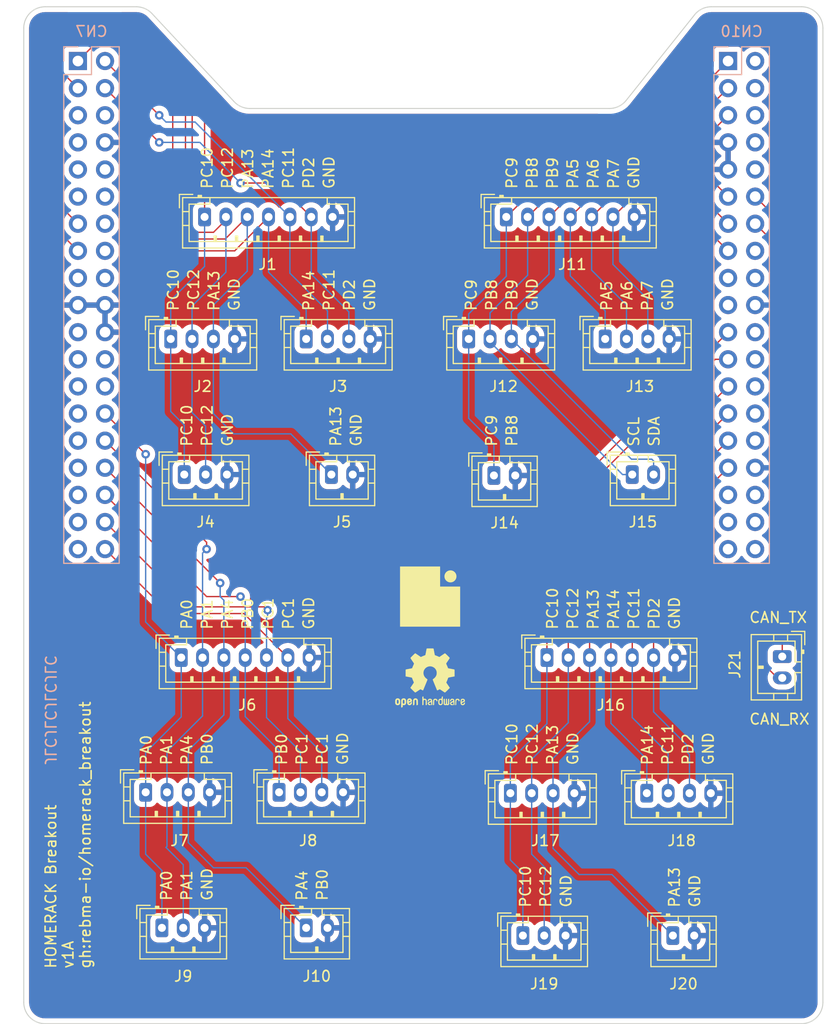
<source format=kicad_pcb>
(kicad_pcb (version 20240108) (generator "pcbnew") (generator_version "8.0")
  (title_block (title "STM32 Morpho Expansion Board") (date "2024-04-16") (rev "1") (company "rebma-io"))
  (layers (0 "F.Cu" mixed) (31 "B.Cu" mixed) (34 "B.Paste" user) (35 "F.Paste" user) (36 "B.SilkS" user "B.Silkscreen") (37 "F.SilkS" user "F.Silkscreen") (38 "B.Mask" user) (39 "F.Mask" user) (44 "Edge.Cuts" user))
  (net 0 "")
  (net 1 "GND")
  (net 2 "/PD2")
  (net 3 "/PA1")
  (net 4 "/PC13")
  (net 5 "/PC11")
  (net 6 "/PC0")
  (net 7 "/PA4")
  (net 8 "/PA14")
  (net 9 "/PC3")
  (net 10 "/PC10")
  (net 11 "/+5V")
  (net 12 "/PC15")
  (net 13 "/BOOT0")
  (net 14 "/PA0")
  (net 15 "/PF0")
  (net 16 "/VDD")
  (net 18 "/PA15")
  (net 19 "/RESET")
  (net 20 "/VBAT")
  (net 21 "/PC14")
  (net 22 "/IOREF")
  (net 23 "/PF1")
  (net 25 "/VIN")
  (net 26 "/PB7")
  (net 28 "/+3V3")
  (net 29 "/PA13")
  (net 30 "/E5V")
  (net 31 "/PB0")
  (net 32 "/PC2")
  (net 33 "/PC12")
  (net 35 "/PC1")
  (net 36 "/PB1")
  (net 37 "/PB3")
  (net 38 "/PB15")
  (net 39 "/PC6")
  (net 40 "/PA12")
  (net 41 "/PC8")
  (net 42 "/PC5")
  (net 43 "/PB4")
  (net 44 "/PB9")
  (net 45 "/PA2")
  (net 46 "/PB13")
  (net 47 "/PA9")
  (net 48 "/PB10")
  (net 49 "/U5V")
  (net 50 "/PB5")
  (net 51 "/PA3")
  (net 52 "/PA6")
  (net 53 "/PB6")
  (net 54 "/PB11")
  (net 55 "/PC4")
  (net 56 "/PA5")
  (net 57 "/PA11")
  (net 58 "/PA7")
  (net 59 "/PB12")
  (net 60 "/PB14")
  (net 61 "/PB8")
  (net 62 "/PA8")
  (net 63 "/PC9")
  (net 64 "/PC7")
  (net 65 "/PA10")
  (net 66 "/PB2")
  (footprint "Connector_JST:JST_PH_B4B-PH-K_1x04_P2.00mm_Vertical" (layer "F.Cu") (at 170.085 144.145)
    (property "Reference" "J17")
    (property "Value" "Conn_01x04" (hide yes))
  )
  (footprint "Connector_JST:JST_PH_B4B-PH-K_1x04_P2.00mm_Vertical" (layer "F.Cu") (at 138.24 101.6)
    (property "Reference" "J2")
    (property "Value" "Conn_01x04" (hide yes))
  )
  (footprint "Connector_JST:JST_PH_B7B-PH-K_1x07_P2.00mm_Vertical" (layer "F.Cu") (at 169.705 90.17)
    (property "Reference" "J11")
    (property "Value" "Conn_01x07" (hide yes))
  )
  (footprint "Connector_JST:JST_PH_B7B-PH-K_1x07_P2.00mm_Vertical" (layer "F.Cu") (at 139.225 131.445)
    (property "Reference" "J6")
    (property "Value" "Conn_01x07" (hide yes))
  )
  (footprint "Connector_JST:JST_PH_B2B-PH-K_1x02_P2.00mm_Vertical" (layer "F.Cu") (at 168.545 114.385)
    (property "Reference" "J14")
    (property "Value" "Conn_01x02" (hide yes))
  )
  (footprint "Connector_JST:JST_PH_B3B-PH-K_1x03_P2.00mm_Vertical" (layer "F.Cu") (at 171.26 157.48)
    (property "Reference" "J19")
    (property "Value" "Conn_01x03" (hide yes))
  )
  (footprint "rebma_io:rebma.io Logo with Text" (layer "F.Cu") (at 162.56 125.73)
    (property "Reference" "REF**" (hide yes))
    (property "Value" "rebma.io Logo with Text" (hide yes))
  )
  (footprint "Connector_JST:JST_PH_B3B-PH-K_1x03_P2.00mm_Vertical" (layer "F.Cu") (at 139.51 114.3)
    (property "Reference" "J4")
    (property "Value" "Conn_01x03" (hide yes))
  )
  (footprint "Connector_JST:JST_PH_B2B-PH-K_1x02_P2.00mm_Vertical" (layer "F.Cu") (at 185.325 157.48)
    (property "Reference" "J20")
    (property "Value" "Conn_01x02" (hide yes))
  )
  (footprint "Connector_JST:JST_PH_B2B-PH-K_1x02_P2.00mm_Vertical" (layer "F.Cu") (at 181.515 114.3)
    (property "Reference" "J15")
    (property "Value" "Conn_01x02" (hide yes))
  )
  (footprint "Connector_JST:JST_PH_B4B-PH-K_1x04_P2.00mm_Vertical" (layer "F.Cu") (at 166.18 101.6)
    (property "Reference" "J12")
    (property "Value" "Conn_01x04" (hide yes))
  )
  (footprint "Connector_JST:JST_PH_B2B-PH-K_1x02_P2.00mm_Vertical" (layer "F.Cu") (at 153.305 114.3)
    (property "Reference" "J5")
    (property "Value" "Conn_01x02" (hide yes))
  )
  (footprint "Connector_JST:JST_PH_B2B-PH-K_1x02_P2.00mm_Vertical" (layer "F.Cu") (at 150.94 156.76)
    (property "Reference" "J10")
    (property "Value" "Conn_01x02" (hide yes))
  )
  (footprint "Connector_JST:JST_PH_B4B-PH-K_1x04_P2.00mm_Vertical" (layer "F.Cu") (at 178.975 101.6)
    (property "Reference" "J13")
    (property "Value" "Conn_01x04" (hide yes))
  )
  (footprint "Connector_JST:JST_PH_B2B-PH-K_1x02_P2.00mm_Vertical" (layer "F.Cu") (at 195.58 131.35 -90)
    (property "Reference" "J21")
    (property "Value" "Conn_01x02" (hide yes))
  )
  (footprint "Connector_JST:JST_PH_B3B-PH-K_1x03_P2.00mm_Vertical" (layer "F.Cu") (at 137.415 156.76)
    (property "Reference" "J9")
    (property "Value" "Conn_01x03" (hide yes))
  )
  (footprint "Connector_JST:JST_PH_B4B-PH-K_1x04_P2.00mm_Vertical" (layer "F.Cu") (at 148.4 144.06)
    (property "Reference" "J8")
    (property "Value" "Conn_01x04" (hide yes))
  )
  (footprint "Connector_JST:JST_PH_B7B-PH-K_1x07_P2.00mm_Vertical" (layer "F.Cu") (at 141.415 90.17)
    (property "Reference" "J1")
    (property "Value" "Conn_01x07" (hide yes))
  )
  (footprint "Connector_JST:JST_PH_B4B-PH-K_1x04_P2.00mm_Vertical" (layer "F.Cu") (at 182.88 144.145)
    (property "Reference" "J18")
    (property "Value" "Conn_01x04" (hide yes))
  )
  (footprint "Connector_JST:JST_PH_B4B-PH-K_1x04_P2.00mm_Vertical" (layer "F.Cu") (at 150.94 101.6)
    (property "Reference" "J3")
    (property "Value" "Conn_01x04" (hide yes))
  )
  (footprint "Connector_JST:JST_PH_B4B-PH-K_1x04_P2.00mm_Vertical" (layer "F.Cu") (at 135.89 144.06)
    (property "Reference" "J7")
    (property "Value" "Conn_01x04" (hide yes))
  )
  (footprint "Symbol:OSHW-Logo2_7.3x6mm_SilkScreen" (layer "F.Cu") (at 162.56 133.35)
    (property "Reference" "REF**" (hide yes))
    (property "Value" "OSHW-Logo2_7.3x6mm_SilkScreen" (hide yes))
  )
  (footprint "Connector_JST:JST_PH_B7B-PH-K_1x07_P2.00mm_Vertical" (layer "F.Cu") (at 173.515 131.445)
    (property "Reference" "J16")
    (property "Value" "Conn_01x07" (hide yes))
  )
  (footprint "Connector_PinSocket_2.54mm:PinSocket_2x19_P2.54mm_Vertical" (layer "B.Cu") (at 129.54 75.565 180)
    (property "Reference" "CN7")
    (property "Value" "Conn_02x19_Odd_Even")
  )
  (footprint "Connector_PinSocket_2.54mm:PinSocket_2x19_P2.54mm_Vertical" (layer "B.Cu") (at 190.5 75.565 180)
    (property "Reference" "CN10")
    (property "Value" "Conn_02x19_Odd_Even")
  )
  (gr_line (start 124.46 72.485) (end 124.46 163.735) (stroke (width 0.1)) (layer "Edge.Cuts"))
  (gr_arc (start 135.0209 70.485) (mid 135.817997 70.650705) (end 136.483008 71.120366) (stroke (width 0.1)) (layer "Edge.Cuts"))
  (gr_line (start 126.46 165.735) (end 197.39 165.735) (stroke (width 0.1)) (layer "Edge.Cuts"))
  (gr_line (start 197.39 70.485) (end 188.9212 70.485) (stroke (width 0.1)) (layer "Edge.Cuts"))
  (gr_line (start 187.359512 71.23561) (end 180.940488 79.25939) (stroke (width 0.1)) (layer "Edge.Cuts"))
  (gr_line (start 179.3788 80.01) (end 145.6491 80.01) (stroke (width 0.1)) (layer "Edge.Cuts"))
  (gr_line (start 135.0209 70.485) (end 126.46 70.485) (stroke (width 0.1)) (layer "Edge.Cuts"))
  (gr_arc (start 180.940488 79.25939) (mid 180.245163 79.812632) (end 179.3788 80.01) (stroke (width 0.1)) (layer "Edge.Cuts"))
  (gr_arc (start 197.39 70.485) (mid 198.804214 71.070786) (end 199.39 72.485) (stroke (width 0.1)) (layer "Edge.Cuts"))
  (gr_arc (start 145.6491 80.01) (mid 144.852003 79.844295) (end 144.186992 79.374634) (stroke (width 0.1)) (layer "Edge.Cuts"))
  (gr_arc (start 124.46 72.485) (mid 125.045786 71.070786) (end 126.46 70.485) (stroke (width 0.1)) (layer "Edge.Cuts"))
  (gr_line (start 144.186992 79.374634) (end 136.483008 71.120366) (stroke (width 0.1)) (layer "Edge.Cuts"))
  (gr_line (start 199.39 163.735) (end 199.39 72.485) (stroke (width 0.1)) (layer "Edge.Cuts"))
  (gr_arc (start 126.46 165.735) (mid 125.045786 165.149214) (end 124.46 163.735) (stroke (width 0.1)) (layer "Edge.Cuts"))
  (gr_arc (start 199.39 163.735) (mid 198.804214 165.149214) (end 197.39 165.735) (stroke (width 0.1)) (layer "Edge.Cuts"))
  (gr_arc (start 187.359512 71.23561) (mid 188.054837 70.682368) (end 188.9212 70.485) (stroke (width 0.1)) (layer "Edge.Cuts"))
  (gr_text "JLCJLCJLCJLC" (at 126.365 141.605 -90) (layer "B.SilkS") (effects (font (size 1 1)) (justify left bottom mirror)))
  (gr_text "PA5" (at 179.705 99.06 90) (layer "F.SilkS") (effects (font (size 1 1)) (justify left bottom)))
  (gr_text "GND" (at 187.96 154.94 90) (layer "F.SilkS") (effects (font (size 1 1)) (justify left bottom)))
  (gr_text "GND" (at 175.895 154.94 90) (layer "F.SilkS") (effects (font (size 1 1)) (justify left bottom)))
  (gr_text "PC9" (at 168.91 111.76 90) (layer "F.SilkS") (effects (font (size 1 1)) (justify left bottom)))
  (gr_text "GND" (at 186.055 128.905 90) (layer "F.SilkS") (effects (font (size 1 1)) (justify left bottom)))
  (gr_text "PA13" (at 174.625 141.605 90) (layer "F.SilkS") (effects (font (size 1 1)) (justify left bottom)))
  (gr_text "PC12" (at 176.53 128.905 90) (layer "F.SilkS") (effects (font (size 1 1)) (justify left bottom)))
  (gr_text "GND" (at 156.21 111.76 90) (layer "F.SilkS") (effects (font (size 1 1)) (justify left bottom)))
  (gr_text "PA7" (at 180.34 87.63 90) (layer "F.SilkS") (effects (font (size 1 1)) (justify left bottom)))
  (gr_text "PB9" (at 170.815 99.06 90) (layer "F.SilkS") (effects (font (size 1 1)) (justify left bottom)))
  (gr_text "PB8" (at 172.72 87.63 90) (layer "F.SilkS") (effects (font (size 1 1)) (justify left bottom)))
  (gr_text "PD2" (at 187.325 141.605 90) (layer "F.SilkS") (effects (font (size 1 1)) (justify left bottom)))
  (gr_text "GND" (at 182.245 87.63 90) (layer "F.SilkS") (effects (font (size 1 1)) (justify left bottom)))
  (gr_text "SDA" (at 184.15 111.76 90) (layer "F.SilkS") (effects (font (size 1 1)) (justify left bottom)))
  (gr_text "CAN_RX" (at 192.405 137.795 0) (layer "F.SilkS") (effects (font (size 1 1)) (justify left bottom)))
  (gr_text "PA13" (at 186.055 154.94 90) (layer "F.SilkS") (effects (font (size 1 1)) (justify left bottom)))
  (gr_text "PC11" (at 182.245 128.905 90) (layer "F.SilkS") (effects (font (size 1 1)) (justify left bottom)))
  (gr_text "PC12" (at 142.24 111.76 90) (layer "F.SilkS") (effects (font (size 1 1)) (justify left bottom)))
  (gr_text "PC12" (at 172.72 141.605 90) (layer "F.SilkS") (effects (font (size 1 1)) (justify left bottom)))
  (gr_text "PA0" (at 138.43 154.305 90) (layer "F.SilkS") (effects (font (size 1 1)) (justify left bottom)))
  (gr_text "PC1" (at 151.13 141.605 90) (layer "F.SilkS") (effects (font (size 1 1)) (justify left bottom)))
  (gr_text "SCL" (at 182.245 111.76 90) (layer "F.SilkS") (effects (font (size 1 1)) (justify left bottom)))
  (gr_text "PA0" (at 140.335 128.905 90) (layer "F.SilkS") (effects (font (size 1 1)) (justify left bottom)))
  (gr_text "PA14" (at 180.34 128.905 90) (layer "F.SilkS") (effects (font (size 1 1)) (justify left bottom)))
  (gr_text "PB8" (at 168.91 99.06 90) (layer "F.SilkS") (effects (font (size 1 1)) (justify left bottom)))
  (gr_text "PD2" (at 184.15 128.905 90) (layer "F.SilkS") (effects (font (size 1 1)) (justify left bottom)))
  (gr_text "PA1" (at 142.24 128.905 90) (layer "F.SilkS") (effects (font (size 1 1)) (justify left bottom)))
  (gr_text "PA13" (at 178.435 128.905 90) (layer "F.SilkS") (effects (font (size 1 1)) (justify left bottom)))
  (gr_text "PA5" (at 176.53 87.63 90) (layer "F.SilkS") (effects (font (size 1 1)) (justify left bottom)))
  (gr_text "PC9" (at 170.815 87.63 90) (layer "F.SilkS") (effects (font (size 1 1)) (justify left bottom)))
  (gr_text "PC12" (at 173.99 154.94 90) (layer "F.SilkS") (effects (font (size 1 1)) (justify left bottom)))
  (gr_text "PA7" (at 183.515 99.06 90) (layer "F.SilkS") (effects (font (size 1 1)) (justify left bottom)))
  (gr_text "PA4" (at 140.335 141.605 90) (layer "F.SilkS") (effects (font (size 1 1)) (justify left bottom)))
  (gr_text "PC11" (at 185.42 141.605 90) (layer "F.SilkS") (effects (font (size 1 1)) (justify left bottom)))
  (gr_text "PC1" (at 149.86 128.905 90) (layer "F.SilkS") (effects (font (size 1 1)) (justify left bottom)))
  (gr_text "HOMERACK Breakout\nv1A\ngh:rebma-io/homerack_breakout" (at 130.81 160.655 90) (layer "F.SilkS") (effects (font (size 1 1)) (justify left bottom)))
  (gr_text "PC10" (at 170.815 141.605 90) (layer "F.SilkS") (effects (font (size 1 1)) (justify left bottom)))
  (gr_text "PB0" (at 153.035 154.305 90) (layer "F.SilkS") (effects (font (size 1 1)) (justify left bottom)))
  (gr_text "PB0" (at 142.24 141.605 90) (layer "F.SilkS") (effects (font (size 1 1)) (justify left bottom)))
  (gr_text "GND" (at 144.145 111.76 90) (layer "F.SilkS") (effects (font (size 1 1)) (justify left bottom)))
  (gr_text "GND" (at 185.42 99.06 90) (layer "F.SilkS") (effects (font (size 1 1)) (justify left bottom)))
  (gr_text "GND" (at 189.23 141.605 90) (layer "F.SilkS") (effects (font (size 1 1)) (justify left bottom)))
  (gr_text "PA14" (at 183.515 141.605 90) (layer "F.SilkS") (effects (font (size 1 1)) (justify left bottom)))
  (gr_text "GND" (at 172.72 99.06 90) (layer "F.SilkS") (effects (font (size 1 1)) (justify left bottom)))
  (gr_text "PC10" (at 140.335 111.76 90) (layer "F.SilkS") (effects (font (size 1 1)) (justify left bottom)))
  (gr_text "PC11" (at 153.67 99.06 90) (layer "F.SilkS") (effects (font (size 1 1)) (justify left bottom)))
  (gr_text "PB8" (at 170.815 111.76 90) (layer "F.SilkS") (effects (font (size 1 1)) (justify left bottom)))
  (gr_text "GND" (at 142.24 154.305 90) (layer "F.SilkS") (effects (font (size 1 1)) (justify left bottom)))
  (gr_text "GND" (at 151.765 128.905 90) (layer "F.SilkS") (effects (font (size 1 1)) (justify left bottom)))
  (gr_text "PA6" (at 178.435 87.63 90) (layer "F.SilkS") (effects (font (size 1 1)) (justify left bottom)))
  (gr_text "PC1" (at 153.035 141.605 90) (layer "F.SilkS") (effects (font (size 1 1)) (justify left bottom)))
  (gr_text "PA0" (at 136.525 141.605 90) (layer "F.SilkS") (effects (font (size 1 1)) (justify left bottom)))
  (gr_text "PC1" (at 147.955 128.905 90) (layer "F.SilkS") (effects (font (size 1 1)) (justify left bottom)))
  (gr_text "PC12" (at 140.97 99.06 90) (layer "F.SilkS") (effects (font (size 1 1)) (justify left bottom)))
  (gr_text "PD2" (at 155.575 99.06 90) (layer "F.SilkS") (effects (font (size 1 1)) (justify left bottom)))
  (gr_text "PA14" (at 147.955 87.63 90) (layer "F.SilkS") (effects (font (size 1 1)) (justify left bottom)))
  (gr_text "PC10" (at 172.085 154.94 90) (layer "F.SilkS") (effects (font (size 1 1)) (justify left bottom)))
  (gr_text "PA4" (at 144.145 128.905 90) (layer "F.SilkS") (effects (font (size 1 1)) (justify left bottom)))
  (gr_text "PA1" (at 138.43 141.605 90) (layer "F.SilkS") (effects (font (size 1 1)) (justify left bottom)))
  (gr_text "PB9" (at 174.625 87.63 90) (layer "F.SilkS") (effects (font (size 1 1)) (justify left bottom)))
  (gr_text "PC11" (at 149.86 87.63 90) (layer "F.SilkS") (effects (font (size 1 1)) (justify left bottom)))
  (gr_text "PC10" (at 139.065 99.06 90) (layer "F.SilkS") (effects (font (size 1 1)) (justify left bottom)))
  (gr_text "GND" (at 144.78 99.06 90) (layer "F.SilkS") (effects (font (size 1 1)) (justify left bottom)))
  (gr_text "PA4" (at 151.13 154.305 90) (layer "F.SilkS") (effects (font (size 1 1)) (justify left bottom)))
  (gr_text "GND" (at 176.53 141.605 90) (layer "F.SilkS") (effects (font (size 1 1)) (justify left bottom)))
  (gr_text "PC10" (at 174.625 128.905 90) (layer "F.SilkS") (effects (font (size 1 1)) (justify left bottom)))
  (gr_text "PA6" (at 181.61 99.06 90) (layer "F.SilkS") (effects (font (size 1 1)) (justify left bottom)))
  (gr_text "GND" (at 153.67 87.63 90) (layer "F.SilkS") (effects (font (size 1 1)) (justify left bottom)))
  (gr_text "PB0" (at 146.05 128.905 90) (layer "F.SilkS") (effects (font (size 1 1)) (justify left bottom)))
  (gr_text "PA13" (at 142.875 99.06 90) (layer "F.SilkS") (effects (font (size 1 1)) (justify left bottom)))
  (gr_text "PC9" (at 167.005 99.06 90) (layer "F.SilkS") (effects (font (size 1 1)) (justify left bottom)))
  (gr_text "GND" (at 157.48 99.06 90) (layer "F.SilkS") (effects (font (size 1 1)) (justify left bottom)))
  (gr_text "PC10" (at 142.24 87.63 90) (layer "F.SilkS") (effects (font (size 1 1)) (justify left bottom)))
  (gr_text "CAN_TX" (at 192.405 128.27 0) (layer "F.SilkS") (effects (font (size 1 1)) (justify left bottom)))
  (gr_text "PA13" (at 146.05 87.63 90) (layer "F.SilkS") (effects (font (size 1 1)) (justify left bottom)))
  (gr_text "PA14" (at 151.765 99.06 90) (layer "F.SilkS") (effects (font (size 1 1)) (justify left bottom)))
  (gr_text "PA1" (at 140.335 154.305 90) (layer "F.SilkS") (effects (font (size 1 1)) (justify left bottom)))
  (gr_text "PB0" (at 149.225 141.605 90) (layer "F.SilkS") (effects (font (size 1 1)) (justify left bottom)))
  (gr_text "PC12" (at 144.145 87.63 90) (layer "F.SilkS") (effects (font (size 1 1)) (justify left bottom)))
  (gr_text "PA13" (at 154.305 111.76 90) (layer "F.SilkS") (effects (font (size 1 1)) (justify left bottom)))
  (gr_text "PD2" (at 151.765 87.63 90) (layer "F.SilkS") (effects (font (size 1 1)) (justify left bottom)))
  (gr_text "GND" (at 154.94 141.605 90) (layer "F.SilkS") (effects (font (size 1 1)) (justify left bottom)))
  (segment (start 132.08 78.105) (end 132.715 78.74) (width 0.127) (layer "F.Cu") (net 2))
  (segment (start 144.78 86.995) (end 148.24 86.995) (width 0.127) (layer "F.Cu") (net 2))
  (segment (start 132.715 78.74) (end 137.16 83.185) (width 0.127) (layer "F.Cu") (net 2))
  (segment (start 148.24 86.995) (end 151.415 90.17) (width 0.127) (layer "F.Cu") (net 2))
  (via (at 144.78 86.995) (size 0.8) (drill 0.4) (layers "F.Cu" "B.Cu") (net 2))
  (via (at 137.16 83.185) (size 0.8) (drill 0.4) (layers "F.Cu" "B.Cu") (net 2))
  (segment (start 151.415 95.535) (end 154.94 99.06) (width 0.127) (layer "B.Cu") (net 2))
  (segment (start 140.97 83.185) (end 144.78 86.995) (width 0.127) (layer "B.Cu") (net 2))
  (segment (start 151.415 90.17) (end 151.415 95.535) (width 0.127) (layer "B.Cu") (net 2))
  (segment (start 154.94 99.06) (end 154.94 101.6) (width 0.127) (layer "B.Cu") (net 2))
  (segment (start 137.16 83.185) (end 140.97 83.185) (width 0.127) (layer "B.Cu") (net 2))
  (segment (start 141.605 120.65) (end 141.605 121.285) (width 0.127) (layer "F.Cu") (net 3))
  (segment (start 132.08 111.125) (end 141.605 120.65) (width 0.127) (layer "F.Cu") (net 3))
  (via (at 141.605 121.285) (size 0.8) (drill 0.4) (layers "F.Cu" "B.Cu") (net 3))
  (segment (start 141.225 131.445) (end 141.225 136.905) (width 0.127) (layer "B.Cu") (net 3))
  (segment (start 139.415 150.845) (end 137.795 149.225) (width 0.127) (layer "B.Cu") (net 3))
  (segment (start 139.415 156.76) (end 139.415 150.845) (width 0.127) (layer "B.Cu") (net 3))
  (segment (start 137.89 149.13) (end 137.89 144.06) (width 0.127) (layer "B.Cu") (net 3))
  (segment (start 141.225 121.665) (end 141.225 131.445) (width 0.127) (layer "B.Cu") (net 3))
  (segment (start 137.89 140.24) (end 137.89 144.06) (width 0.127) (layer "B.Cu") (net 3))
  (segment (start 137.795 149.225) (end 137.89 149.13) (width 0.127) (layer "B.Cu") (net 3))
  (segment (start 141.225 136.905) (end 137.89 140.24) (width 0.127) (layer "B.Cu") (net 3))
  (segment (start 141.605 121.285) (end 141.225 121.665) (width 0.127) (layer "B.Cu") (net 3))
  (segment (start 132.08 75.565) (end 137.16 80.645) (width 0.127) (layer "F.Cu") (net 5))
  (via (at 137.16 80.645) (size 0.8) (drill 0.4) (layers "F.Cu" "B.Cu") (net 5))
  (segment (start 152.94 98.965) (end 152.94 101.6) (width 0.127) (layer "B.Cu") (net 5))
  (segment (start 149.415 90.17) (end 149.415 95.44) (width 0.127) (layer "B.Cu") (net 5))
  (segment (start 149.415 95.44) (end 152.94 98.965) (width 0.127) (layer "B.Cu") (net 5))
  (segment (start 137.795 81.28) (end 140.525 81.28) (width 0.127) (layer "B.Cu") (net 5))
  (segment (start 137.16 80.645) (end 137.795 81.28) (width 0.127) (layer "B.Cu") (net 5))
  (segment (start 140.525 81.28) (end 149.415 90.17) (width 0.127) (layer "B.Cu") (net 5))
  (segment (start 138.1155 127.3205) (end 145.1005 127.3205) (width 0.127) (layer "F.Cu") (net 6))
  (segment (start 132.08 121.285) (end 138.1155 127.3205) (width 0.127) (layer "F.Cu") (net 6))
  (segment (start 145.1005 127.3205) (end 149.225 131.445) (width 0.127) (layer "F.Cu") (net 6))
  (segment (start 149.225 137.16) (end 152.4 140.335) (width 0.127) (layer "B.Cu") (net 6))
  (segment (start 152.4 140.335) (end 152.4 144.06) (width 0.127) (layer "B.Cu") (net 6))
  (segment (start 149.225 131.445) (end 149.225 137.16) (width 0.127) (layer "B.Cu") (net 6))
  (segment (start 132.08 113.665) (end 142.875 124.46) (width 0.127) (layer "F.Cu") (net 7))
  (via (at 142.875 124.46) (size 0.8) (drill 0.4) (layers "F.Cu" "B.Cu") (net 7))
  (segment (start 142.875 125.73) (end 143.225 126.08) (width 0.127) (layer "B.Cu") (net 7))
  (segment (start 142.24 151.13) (end 145.31 151.13) (width 0.127) (layer "B.Cu") (net 7))
  (segment (start 139.89 148.78) (end 142.24 151.13) (width 0.127) (layer "B.Cu") (net 7))
  (segment (start 145.31 151.13) (end 150.94 156.76) (width 0.127) (layer "B.Cu") (net 7))
  (segment (start 139.89 140.145) (end 139.89 144.06) (width 0.127) (layer "B.Cu") (net 7))
  (segment (start 143.225 136.81) (end 139.89 140.145) (width 0.127) (layer "B.Cu") (net 7))
  (segment (start 143.225 126.08) (end 143.225 131.445) (width 0.127) (layer "B.Cu") (net 7))
  (segment (start 143.225 131.445) (end 143.225 136.81) (width 0.127) (layer "B.Cu") (net 7))
  (segment (start 142.875 124.46) (end 142.875 125.73) (width 0.127) (layer "B.Cu") (net 7))
  (segment (start 139.89 144.06) (end 139.89 148.78) (width 0.127) (layer "B.Cu") (net 7))
  (segment (start 126.8725 90.6775) (end 126.8725 73.632076) (width 0.127) (layer "F.Cu") (net 8))
  (segment (start 129.54 93.345) (end 126.8725 90.6775) (width 0.127) (layer "F.Cu") (net 8))
  (segment (start 133.494136 71.779) (end 141.415 79.699864) (width 0.127) (layer "F.Cu") (net 8))
  (segment (start 128.725576 71.779) (end 133.494136 71.779) (width 0.127) (layer "F.Cu") (net 8))
  (segment (start 141.415 79.699864) (end 141.415 90.17) (width 0.127) (layer "F.Cu") (net 8))
  (segment (start 126.8725 73.632076) (end 128.725576 71.779) (width 0.127) (layer "F.Cu") (net 8))
  (segment (start 138.24 97.98) (end 138.24 101.6) (width 0.127) (layer "B.Cu") (net 8))
  (segment (start 138.24 101.6) (end 138.24 108.395) (width 0.127) (layer "B.Cu") (net 8))
  (segment (start 141.415 94.805) (end 138.24 97.98) (width 0.127) (layer "B.Cu") (net 8))
  (segment (start 138.24 108.395) (end 139.51 109.665) (width 0.127) (layer "B.Cu") (net 8))
  (segment (start 139.51 109.665) (end 139.51 114.3) (width 0.127) (layer "B.Cu") (net 8))
  (segment (start 141.415 90.17) (end 141.415 94.805) (width 0.127) (layer "B.Cu") (net 8))
  (segment (start 130.9535 74.1515) (end 132.665491 74.1515) (width 0.127) (layer "F.Cu") (net 10))
  (segment (start 138.43 79.916009) (end 138.43 91.090814) (width 0.127) (layer "F.Cu") (net 10))
  (segment (start 144.24 93.345) (end 147.415 90.17) (width 0.127) (layer "F.Cu") (net 10))
  (segment (start 140.684186 93.345) (end 144.24 93.345) (width 0.127) (layer "F.Cu") (net 10))
  (segment (start 132.665491 74.1515) (end 138.43 79.916009) (width 0.127) (layer "F.Cu") (net 10))
  (segment (start 129.54 75.565) (end 130.9535 74.1515) (width 0.127) (layer "F.Cu") (net 10))
  (segment (start 138.43 91.090814) (end 140.684186 93.345) (width 0.127) (layer "F.Cu") (net 10))
  (segment (start 147.415 90.17) (end 147.415 95.345) (width 0.127) (layer "B.Cu") (net 10))
  (segment (start 150.94 98.87) (end 150.94 101.6) (width 0.127) (layer "B.Cu") (net 10))
  (segment (start 147.415 95.345) (end 150.94 98.87) (width 0.127) (layer "B.Cu") (net 10))
  (segment (start 132.08 108.585) (end 135.89 112.395) (width 0.127) (layer "F.Cu") (net 14))
  (via (at 135.89 112.395) (size 0.8) (drill 0.4) (layers "F.Cu" "B.Cu") (net 14))
  (segment (start 135.89 140.335) (end 135.89 144.06) (width 0.127) (layer "B.Cu") (net 14))
  (segment (start 135.89 128.11) (end 139.225 131.445) (width 0.127) (layer "B.Cu") (net 14))
  (segment (start 135.89 144.06) (end 135.89 149.86) (width 0.127) (layer "B.Cu") (net 14))
  (segment (start 135.89 112.395) (end 135.89 128.11) (width 0.127) (layer "B.Cu") (net 14))
  (segment (start 137.415 151.385) (end 137.415 156.76) (width 0.127) (layer "B.Cu") (net 14))
  (segment (start 139.225 131.445) (end 139.225 137) (width 0.127) (layer "B.Cu") (net 14))
  (segment (start 139.225 137) (end 135.89 140.335) (width 0.127) (layer "B.Cu") (net 14))
  (segment (start 135.89 149.86) (end 137.415 151.385) (width 0.127) (layer "B.Cu") (net 14))
  (segment (start 127.4995 73.891788) (end 128.985288 72.406) (width 0.127) (layer "F.Cu") (net 29))
  (segment (start 140.72111 91.6085) (end 142.2515 91.6085) (width 0.127) (layer "F.Cu") (net 29))
  (segment (start 143.415 90.445) (end 143.415 90.17) (width 0.127) (layer "F.Cu") (net 29))
  (segment (start 128.985288 72.406) (end 133.234424 72.406) (width 0.127) (layer "F.Cu") (net 29))
  (segment (start 133.234424 72.406) (end 140.2515 79.423076) (width 0.127) (layer "F.Cu") (net 29))
  (segment (start 140.2515 91.13889) (end 140.72111 91.6085) (width 0.127) (layer "F.Cu") (net 29))
  (segment (start 127.4995 88.7645) (end 127.4995 73.891788) (width 0.127) (layer "F.Cu") (net 29))
  (segment (start 129.54 90.805) (end 127.4995 88.7645) (width 0.127) (layer "F.Cu") (net 29))
  (segment (start 142.2515 91.6085) (end 143.415 90.445) (width 0.127) (layer "F.Cu") (net 29))
  (segment (start 140.2515 79.423076) (end 140.2515 91.13889) (width 0.127) (layer "F.Cu") (net 29))
  (segment (start 141.51 109.76) (end 140.24 108.49) (width 0.127) (layer "B.Cu") (net 29))
  (segment (start 143.415 90.17) (end 143.415 95.345) (width 0.127) (layer "B.Cu") (net 29))
  (segment (start 140.24 101.6) (end 140.24 108.49) (width 0.127) (layer "B.Cu") (net 29))
  (segment (start 143.415 95.345) (end 140.24 98.52) (width 0.127) (layer "B.Cu") (net 29))
  (segment (start 141.51 114.3) (end 141.51 109.76) (width 0.127) (layer "B.Cu") (net 29))
  (segment (start 140.24 98.52) (end 140.24 101.6) (width 0.127) (layer "B.Cu") (net 29))
  (segment (start 141.605 125.73) (end 144.78 125.73) (width 0.127) (layer "F.Cu") (net 31))
  (segment (start 132.08 116.205) (end 141.605 125.73) (width 0.127) (layer "F.Cu") (net 31))
  (via (at 144.78 125.73) (size 0.8) (drill 0.4) (layers "F.Cu" "B.Cu") (net 31))
  (segment (start 145.225 131.445) (end 145.225 136.97) (width 0.127) (layer "B.Cu") (net 31))
  (segment (start 144.78 125.73) (end 145.225 126.175) (width 0.127) (layer "B.Cu") (net 31))
  (segment (start 145.225 136.97) (end 148.4 140.145) (width 0.127) (layer "B.Cu") (net 31))
  (segment (start 145.225 126.175) (end 145.225 131.445) (width 0.127) (layer "B.Cu") (net 31))
  (segment (start 148.4 140.145) (end 148.4 144.06) (width 0.127) (layer "B.Cu") (net 31))
  (segment (start 129.54 78.105) (end 128.1265 76.6915) (width 0.127) (layer "F.Cu") (net 33))
  (segment (start 139.6245 91.398602) (end 140.461398 92.2355) (width 0.127) (layer "F.Cu") (net 33))
  (segment (start 143.3495 92.2355) (end 145.415 90.17) (width 0.127) (layer "F.Cu") (net 33))
  (segment (start 128.1265 74.1515) (end 129.245 73.033) (width 0.127) (layer "F.Cu") (net 33))
  (segment (start 132.974712 73.033) (end 139.6245 79.682788) (width 0.127) (layer "F.Cu") (net 33))
  (segment (start 139.6245 79.682788) (end 139.6245 91.398602) (width 0.127) (layer "F.Cu") (net 33))
  (segment (start 128.1265 76.6915) (end 128.1265 74.1515) (width 0.127) (layer "F.Cu") (net 33))
  (segment (start 140.461398 92.2355) (end 143.3495 92.2355) (width 0.127) (layer "F.Cu") (net 33))
  (segment (start 129.245 73.033) (end 132.974712 73.033) (width 0.127) (layer "F.Cu") (net 33))
  (segment (start 149.495 110.49) (end 153.305 114.3) (width 0.127) (layer "B.Cu") (net 33))
  (segment (start 145.415 95.25) (end 142.24 98.425) (width 0.127) (layer "B.Cu") (net 33))
  (segment (start 144.145 110.49) (end 149.495 110.49) (width 0.127) (layer "B.Cu") (net 33))
  (segment (start 142.24 98.425) (end 142.24 101.6) (width 0.127) (layer "B.Cu") (net 33))
  (segment (start 142.24 108.585) (end 144.145 110.49) (width 0.127) (layer "B.Cu") (net 33))
  (segment (start 145.415 90.17) (end 145.415 95.25) (width 0.127) (layer "B.Cu") (net 33))
  (segment (start 142.24 101.6) (end 142.24 108.585) (width 0.127) (layer "B.Cu") (net 33))
  (segment (start 147.0135 126.6935) (end 147.32 127) (width 0.127) (layer "F.Cu") (net 35))
  (segment (start 132.08 118.745) (end 140.0285 126.6935) (width 0.127) (layer "F.Cu") (net 35))
  (segment (start 140.0285 126.6935) (end 147.0135 126.6935) (width 0.127) (layer "F.Cu") (net 35))
  (via (at 147.32 127) (size 0.8) (drill 0.4) (layers "F.Cu" "B.Cu") (net 35))
  (segment (start 147.225 127.73) (end 147.225 131.445) (width 0.127) (layer "B.Cu") (net 35))
  (segment (start 147.225 137.065) (end 150.4 140.24) (width 0.127) (layer "B.Cu") (net 35))
  (segment (start 147.32 127) (end 147.32 127.635) (width 0.127) (layer "B.Cu") (net 35))
  (segment (start 150.4 140.24) (end 150.4 144.06) (width 0.127) (layer "B.Cu") (net 35))
  (segment (start 147.32 127.635) (end 147.225 127.73) (width 0.127) (layer "B.Cu") (net 35))
  (segment (start 147.225 131.445) (end 147.225 137.065) (width 0.127) (layer "B.Cu") (net 35))
  (segment (start 190.5 113.665) (end 183.515 120.65) (width 0.127) (layer "F.Cu") (net 37))
  (segment (start 183.515 120.65) (end 183.515 131.445) (width 0.127) (layer "F.Cu") (net 37))
  (segment (start 186.69 139.7) (end 186.69 140.335) (width 0.127) (layer "B.Cu") (net 37))
  (segment (start 183.515 136.525) (end 186.69 139.7) (width 0.127) (layer "B.Cu") (net 37))
  (segment (start 186.69 140.335) (end 186.88 140.525) (width 0.127) (layer "B.Cu") (net 37))
  (segment (start 183.515 131.445) (end 183.515 136.525) (width 0.127) (layer "B.Cu") (net 37))
  (segment (start 186.88 140.525) (end 186.88 144.145) (width 0.127) (layer "B.Cu") (net 37))
  (segment (start 195.58 90.805) (end 193.04 88.265) (width 0.127) (layer "F.Cu") (net 40))
  (segment (start 195.58 131.35) (end 195.58 90.805) (width 0.127) (layer "F.Cu") (net 40))
  (segment (start 179.515 122.876576) (end 179.515 131.445) (width 0.127) (layer "F.Cu") (net 43))
  (segment (start 185.3055 113.7795) (end 185.3055 117.086076) (width 0.127) (layer "F.Cu") (net 43))
  (segment (start 190.5 108.585) (end 185.3055 113.7795) (width 0.127) (layer "F.Cu") (net 43))
  (segment (start 185.3055 117.086076) (end 179.515 122.876576) (width 0.127) (layer "F.Cu") (net 43))
  (segment (start 179.515 137.605) (end 182.88 140.97) (width 0.127) (layer "B.Cu") (net 43))
  (segment (start 182.88 140.97) (end 182.88 144.145) (width 0.127) (layer "B.Cu") (net 43))
  (segment (start 179.515 131.445) (end 179.515 137.605) (width 0.127) (layer "B.Cu") (net 43))
  (segment (start 184.761 86.384) (end 177.491 86.384) (width 0.127) (layer "F.Cu") (net 44))
  (segment (start 177.491 86.384) (end 173.705 90.17) (width 0.127) (layer "F.Cu") (net 44))
  (segment (start 190.5 80.645) (end 184.761 86.384) (width 0.127) (layer "F.Cu") (net 44))
  (segment (start 173.705 90.17) (end 173.705 95.535) (width 0.127) (layer "B.Cu") (net 44))
  (segment (start 183.515 113.03) (end 183.515 114.3) (width 0.127) (layer "B.Cu") (net 44))
  (segment (start 173.705 95.535) (end 170.18 99.06) (width 0.127) (layer "B.Cu") (net 44))
  (segment (start 170.18 101.6) (end 181.4415 112.8615) (width 0.127) (layer "B.Cu") (net 44))
  (segment (start 181.4415 112.8615) (end 183.3465 112.8615) (width 0.127) (layer "B.Cu") (net 44))
  (segment (start 183.3465 112.8615) (end 183.515 113.03) (width 0.127) (layer "B.Cu") (net 44))
  (segment (start 170.18 99.06) (end 170.18 101.6) (width 0.127) (layer "B.Cu") (net 44))
  (segment (start 173.515 117.95) (end 173.515 131.445) (width 0.127) (layer "F.Cu") (net 47))
  (segment (start 190.5 100.965) (end 173.515 117.95) (width 0.127) (layer "F.Cu") (net 47))
  (segment (start 170.085 144.145) (end 170.085 150.4) (width 0.127) (layer "B.Cu") (net 47))
  (segment (start 173.515 137.635) (end 170.085 141.065) (width 0.127) (layer "B.Cu") (net 47))
  (segment (start 173.515 131.445) (end 173.515 137.635) (width 0.127) (layer "B.Cu") (net 47))
  (segment (start 171.26 151.575) (end 171.26 157.48) (width 0.127) (layer "B.Cu") (net 47))
  (segment (start 170.085 141.065) (end 170.085 144.145) (width 0.127) (layer "B.Cu") (net 47))
  (segment (start 170.085 150.4) (end 171.26 151.575) (width 0.127) (layer "B.Cu") (net 47))
  (segment (start 184.6785 116.826364) (end 177.515 123.989864) (width 0.127) (layer "F.Cu") (net 48))
  (segment (start 190.5 106.045) (end 184.6785 111.8665) (width 0.127) (layer "F.Cu") (net 48))
  (segment (start 184.6785 111.8665) (end 184.6785 116.826364) (width 0.127) (layer "F.Cu") (net 48))
  (segment (start 177.515 123.989864) (end 177.515 131.445) (width 0.127) (layer "F.Cu") (net 48))
  (segment (start 179.61 151.765) (end 185.325 157.48) (width 0.127) (layer "B.Cu") (net 48))
  (segment (start 177.515 137.445) (end 174.085 140.875) (width 0.127) (layer "B.Cu") (net 48))
  (segment (start 174.085 144.145) (end 174.085 149.32) (width 0.127) (layer "B.Cu") (net 48))
  (segment (start 174.085 149.32) (end 176.53 151.765) (width 0.127) (layer "B.Cu") (net 48))
  (segment (start 177.515 131.445) (end 177.515 137.445) (width 0.127) (layer "B.Cu") (net 48))
  (segment (start 176.53 151.765) (end 179.61 151.765) (width 0.127) (layer "B.Cu") (net 48))
  (segment (start 174.085 140.875) (end 174.085 144.145) (width 0.127) (layer "B.Cu") (net 48))
  (segment (start 181.515 121.763288) (end 181.515 131.445) (width 0.127) (layer "F.Cu") (net 50))
  (segment (start 190.5 111.125) (end 185.9325 115.6925) (width 0.127) (layer "F.Cu") (net 50))
  (segment (start 185.9325 117.345788) (end 181.515 121.763288) (width 0.127) (layer "F.Cu") (net 50))
  (segment (start 185.9325 115.6925) (end 185.9325 117.345788) (width 0.127) (layer "F.Cu") (net 50))
  (segment (start 181.515 131.445) (end 181.515 137.065) (width 0.127) (layer "B.Cu") (net 50))
  (segment (start 184.88 140.43) (end 184.88 144.145) (width 0.127) (layer "B.Cu") (net 50))
  (segment (start 181.515 137.065) (end 184.88 140.43) (width 0.127) (layer "B.Cu") (net 50))
  (segment (start 180.237 87.638) (end 177.705 90.17) (width 0.127) (layer "F.Cu") (net 52))
  (segment (start 187.333 87.638) (end 180.237 87.638) (width 0.127) (layer "F.Cu") (net 52))
  (segment (start 190.5 90.805) (end 187.333 87.638) (width 0.127) (layer "F.Cu") (net 52))
  (segment (start 177.705 95.155) (end 180.975 98.425) (width 0.127) (layer "B.Cu") (net 52))
  (segment (start 177.705 90.17) (end 177.705 95.155) (width 0.127) (layer "B.Cu") (net 52))
  (segment (start 180.975 98.425) (end 180.975 101.6) (width 0.127) (layer "B.Cu") (net 52))
  (segment (start 178.864 87.011) (end 175.705 90.17) (width 0.127) (layer "F.Cu") (net 56))
  (segment (start 190.5 88.265) (end 189.246 87.011) (width 0.127) (layer "F.Cu") (net 56))
  (segment (start 189.246 87.011) (end 178.864 87.011) (width 0.127) (layer "F.Cu") (net 56))
  (segment (start 175.705 95.695) (end 178.975 98.965) (width 0.127) (layer "B.Cu") (net 56))
  (segment (start 178.975 98.965) (end 178.975 101.6) (width 0.127) (layer "B.Cu") (net 56))
  (segment (start 175.705 90.17) (end 175.705 95.695) (width 0.127) (layer "B.Cu") (net 56))
  (segment (start 194.1415 132.3635) (end 194.1415 130.65611) (width 0.127) (layer "F.Cu") (net 57))
  (segment (start 194.1415 130.65611) (end 194.4535 130.34411) (width 0.127) (layer "F.Cu") (net 57))
  (segment (start 195.128 133.35) (end 194.1415 132.3635) (width 0.127) (layer "F.Cu") (net 57))
  (segment (start 195.58 133.35) (end 195.128 133.35) (width 0.127) (layer "F.Cu") (net 57))
  (segment (start 194.4535 130.34411) (end 194.4535 92.2185) (width 0.127) (layer "F.Cu") (net 57))
  (segment (start 194.4535 92.2185) (end 193.04 90.805) (width 0.127) (layer "F.Cu") (net 57))
  (segment (start 181.61 88.265) (end 179.705 90.17) (width 0.127) (layer "F.Cu") (net 58))
  (segment (start 190.5 93.345) (end 185.42 88.265) (width 0.127) (layer "F.Cu") (net 58))
  (segment (start 185.42 88.265) (end 181.61 88.265) (width 0.127) (layer "F.Cu") (net 58))
  (segment (start 179.705 90.17) (end 179.705 94.615) (width 0.127) (layer "B.Cu") (net 58))
  (segment (start 179.705 94.615) (end 182.975 97.885) (width 0.127) (layer "B.Cu") (net 58))
  (segment (start 182.975 97.885) (end 182.975 101.6) (width 0.127) (layer "B.Cu") (net 58))
  (segment (start 186.055 82.55) (end 179.325 82.55) (width 0.127) (layer "F.Cu") (net 61))
  (segment (start 190.5 78.105) (end 186.055 82.55) (width 0.127) (layer "F.Cu") (net 61))
  (segment (start 179.325 82.55) (end 171.705 90.17) (width 0.127) (layer "F.Cu") (net 61))
  (segment (start 168.18 99.155) (end 168.18 101.6) (width 0.127) (layer "B.Cu") (net 61))
  (segment (start 168.18 101.875) (end 180.605 114.3) (width 0.127) (layer "B.Cu") (net 61))
  (segment (start 180.605 114.3) (end 181.515 114.3) (width 0.127) (layer "B.Cu") (net 61))
  (segment (start 171.705 95.63) (end 168.18 99.155) (width 0.127) (layer "B.Cu") (net 61))
  (segment (start 171.705 90.17) (end 171.705 95.63) (width 0.127) (layer "B.Cu") (net 61))
  (segment (start 168.18 101.6) (end 168.18 101.875) (width 0.127) (layer "B.Cu") (net 61))
  (segment (start 189.297919 103.505) (end 175.515 117.287919) (width 0.127) (layer "F.Cu") (net 62))
  (segment (start 175.515 117.287919) (end 175.515 131.445) (width 0.127) (layer "F.Cu") (net 62))
  (segment (start 190.5 103.505) (end 189.297919 103.505) (width 0.127) (layer "F.Cu") (net 62))
  (segment (start 173.355 151.765) (end 173.26 151.86) (width 0.127) (layer "B.Cu") (net 62))
  (segment (start 172.085 149.86) (end 173.355 151.13) (width 0.127) (layer "B.Cu") (net 62))
  (segment (start 172.085 140.97) (end 172.085 144.145) (width 0.127) (layer "B.Cu") (net 62))
  (segment (start 175.515 137.54) (end 172.085 140.97) (width 0.127) (layer "B.Cu") (net 62))
  (segment (start 173.26 151.86) (end 173.26 157.48) (width 0.127) (layer "B.Cu") (net 62))
  (segment (start 175.515 131.445) (end 175.515 137.54) (width 0.127) (layer "B.Cu") (net 62))
  (segment (start 172.085 144.145) (end 172.085 149.86) (width 0.127) (layer "B.Cu") (net 62))
  (segment (start 173.355 151.13) (end 173.355 151.765) (width 0.127) (layer "B.Cu") (net 62))
  (segment (start 184.15 81.915) (end 177.96 81.915) (width 0.127) (layer "F.Cu") (net 63))
  (segment (start 190.5 75.565) (end 184.15 81.915) (width 0.127) (layer "F.Cu") (net 63))
  (segment (start 177.96 81.915) (end 169.705 90.17) (width 0.127) (layer "F.Cu") (net 63))
  (segment (start 168.545 111.395) (end 168.545 114.385) (width 0.127) (layer "B.Cu") (net 63))
  (segment (start 166.18 101.6) (end 166.18 109.03) (width 0.127) (layer "B.Cu") (net 63))
  (segment (start 169.705 95.725) (end 166.18 99.25) (width 0.127) (layer "B.Cu") (net 63))
  (segment (start 169.705 90.17) (end 169.705 95.725) (width 0.127) (layer "B.Cu") (net 63))
  (segment (start 166.18 109.03) (end 168.545 111.395) (width 0.127) (layer "B.Cu") (net 63))
  (segment (start 166.18 99.25) (end 166.18 101.6) (width 0.127) (layer "B.Cu") (net 63))
  (zone (net 1) (net_name "GND") (layers "F&B.Cu") (connect_pads (clearance 0.5)) (min_thickness 0.25) (fill yes (thermal_gap 0.5) (thermal_bridge_width 0.5))
    (polygon (pts (xy 123.825 69.85) (xy 200.025 69.85) (xy 200.025 165.735) (xy 124.46 165.735)))
  )
)
</source>
